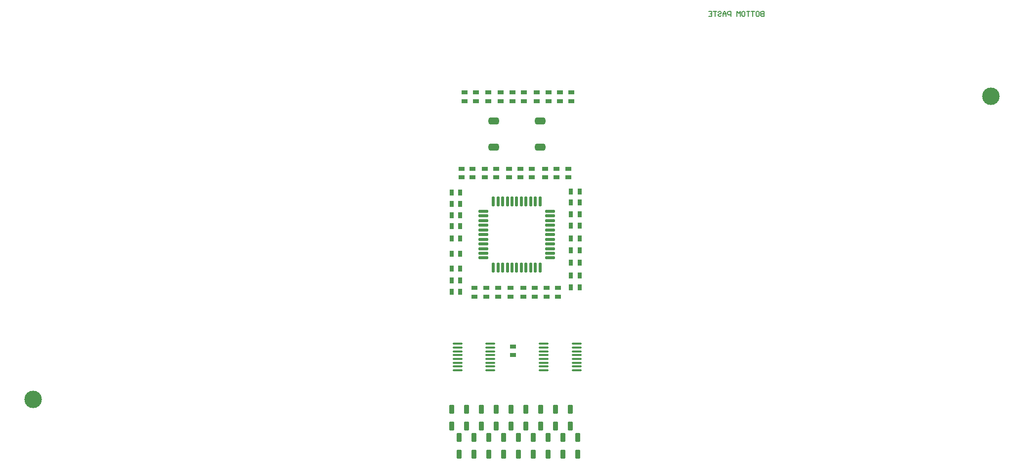
<source format=gbp>
G04*
G04 #@! TF.GenerationSoftware,Altium Limited,CircuitStudio,1.5.2 (30)*
G04*
G04 Layer_Color=16770453*
%FSLAX25Y25*%
%MOIN*%
G70*
G01*
G75*
%ADD26C,0.00600*%
%ADD38R,0.03150X0.03937*%
G04:AMPARAMS|DCode=39|XSize=18.9mil|YSize=66.93mil|CornerRadius=7.09mil|HoleSize=0mil|Usage=FLASHONLY|Rotation=270.000|XOffset=0mil|YOffset=0mil|HoleType=Round|Shape=RoundedRectangle|*
%AMROUNDEDRECTD39*
21,1,0.01890,0.05276,0,0,270.0*
21,1,0.00472,0.06693,0,0,270.0*
1,1,0.01417,-0.02638,-0.00236*
1,1,0.01417,-0.02638,0.00236*
1,1,0.01417,0.02638,0.00236*
1,1,0.01417,0.02638,-0.00236*
%
%ADD39ROUNDEDRECTD39*%
G04:AMPARAMS|DCode=40|XSize=18.9mil|YSize=66.93mil|CornerRadius=7.09mil|HoleSize=0mil|Usage=FLASHONLY|Rotation=0.000|XOffset=0mil|YOffset=0mil|HoleType=Round|Shape=RoundedRectangle|*
%AMROUNDEDRECTD40*
21,1,0.01890,0.05276,0,0,0.0*
21,1,0.00472,0.06693,0,0,0.0*
1,1,0.01417,0.00236,-0.02638*
1,1,0.01417,-0.00236,-0.02638*
1,1,0.01417,-0.00236,0.02638*
1,1,0.01417,0.00236,0.02638*
%
%ADD40ROUNDEDRECTD40*%
G04:AMPARAMS|DCode=41|XSize=65.35mil|YSize=14.57mil|CornerRadius=5.46mil|HoleSize=0mil|Usage=FLASHONLY|Rotation=180.000|XOffset=0mil|YOffset=0mil|HoleType=Round|Shape=RoundedRectangle|*
%AMROUNDEDRECTD41*
21,1,0.06535,0.00364,0,0,180.0*
21,1,0.05443,0.01457,0,0,180.0*
1,1,0.01093,-0.02722,0.00182*
1,1,0.01093,0.02722,0.00182*
1,1,0.01093,0.02722,-0.00182*
1,1,0.01093,-0.02722,-0.00182*
%
%ADD41ROUNDEDRECTD41*%
G04:AMPARAMS|DCode=42|XSize=62.99mil|YSize=36mil|CornerRadius=13.5mil|HoleSize=0mil|Usage=FLASHONLY|Rotation=90.000|XOffset=0mil|YOffset=0mil|HoleType=Round|Shape=RoundedRectangle|*
%AMROUNDEDRECTD42*
21,1,0.06299,0.00900,0,0,90.0*
21,1,0.03599,0.03600,0,0,90.0*
1,1,0.02700,0.00450,0.01800*
1,1,0.02700,0.00450,-0.01800*
1,1,0.02700,-0.00450,-0.01800*
1,1,0.02700,-0.00450,0.01800*
%
%ADD42ROUNDEDRECTD42*%
%ADD43R,0.03937X0.03150*%
G04:AMPARAMS|DCode=44|XSize=72mil|YSize=46mil|CornerRadius=13.8mil|HoleSize=0mil|Usage=FLASHONLY|Rotation=0.000|XOffset=0mil|YOffset=0mil|HoleType=Round|Shape=RoundedRectangle|*
%AMROUNDEDRECTD44*
21,1,0.07200,0.01840,0,0,0.0*
21,1,0.04440,0.04600,0,0,0.0*
1,1,0.02760,0.02220,-0.00920*
1,1,0.02760,-0.02220,-0.00920*
1,1,0.02760,-0.02220,0.00920*
1,1,0.02760,0.02220,0.00920*
%
%ADD44ROUNDEDRECTD44*%
%ADD155C,0.11811*%
D26*
X1139758Y1193599D02*
Y1190400D01*
X1138159D01*
X1137626Y1190933D01*
Y1191466D01*
X1138159Y1192000D01*
X1139758D01*
X1138159D01*
X1137626Y1192533D01*
Y1193066D01*
X1138159Y1193599D01*
X1139758D01*
X1134960D02*
X1136026D01*
X1136559Y1193066D01*
Y1190933D01*
X1136026Y1190400D01*
X1134960D01*
X1134427Y1190933D01*
Y1193066D01*
X1134960Y1193599D01*
X1133360D02*
X1131228D01*
X1132294D01*
Y1190400D01*
X1130161Y1193599D02*
X1128029D01*
X1129095D01*
Y1190400D01*
X1125363Y1193599D02*
X1126429D01*
X1126962Y1193066D01*
Y1190933D01*
X1126429Y1190400D01*
X1125363D01*
X1124830Y1190933D01*
Y1193066D01*
X1125363Y1193599D01*
X1123763Y1190400D02*
Y1193599D01*
X1122697Y1192533D01*
X1121631Y1193599D01*
Y1190400D01*
X1117365D02*
Y1193599D01*
X1115766D01*
X1115233Y1193066D01*
Y1192000D01*
X1115766Y1191466D01*
X1117365D01*
X1114167Y1190400D02*
Y1192533D01*
X1113100Y1193599D01*
X1112034Y1192533D01*
Y1190400D01*
Y1192000D01*
X1114167D01*
X1108835Y1193066D02*
X1109368Y1193599D01*
X1110434D01*
X1110968Y1193066D01*
Y1192533D01*
X1110434Y1192000D01*
X1109368D01*
X1108835Y1191466D01*
Y1190933D01*
X1109368Y1190400D01*
X1110434D01*
X1110968Y1190933D01*
X1107769Y1193599D02*
X1105636D01*
X1106702D01*
Y1190400D01*
X1102437Y1193599D02*
X1104570D01*
Y1190400D01*
X1102437D01*
X1104570Y1192000D02*
X1103503D01*
D38*
X935000Y1004300D02*
D03*
X929100D02*
D03*
X1009500Y1072200D02*
D03*
X1015400D02*
D03*
X935000Y1071400D02*
D03*
X929100D02*
D03*
X1009500Y1064600D02*
D03*
X1015400D02*
D03*
X1009500Y1056800D02*
D03*
X1015400D02*
D03*
X1009500Y1049000D02*
D03*
X1015400D02*
D03*
X1009500Y1040500D02*
D03*
X1015400D02*
D03*
X1009500Y1007500D02*
D03*
X1015400D02*
D03*
X1009500Y1015500D02*
D03*
X1015400D02*
D03*
X1009500Y1024100D02*
D03*
X1015400D02*
D03*
X1009500Y1032500D02*
D03*
X1015400D02*
D03*
X935000Y1040300D02*
D03*
X929100D02*
D03*
X935000Y1048600D02*
D03*
X929100D02*
D03*
X935000Y1056200D02*
D03*
X929100D02*
D03*
X935000Y1063800D02*
D03*
X929100D02*
D03*
X935000Y1030100D02*
D03*
X929100D02*
D03*
X935000Y1020100D02*
D03*
X929100D02*
D03*
X935000Y1012200D02*
D03*
X929100D02*
D03*
D39*
X950559Y1058748D02*
D03*
X950559Y1055598D02*
D03*
Y1052449D02*
D03*
Y1049299D02*
D03*
Y1046150D02*
D03*
X950559Y1043000D02*
D03*
Y1039850D02*
D03*
X950559Y1036701D02*
D03*
Y1033551D02*
D03*
Y1030402D02*
D03*
X950559Y1027252D02*
D03*
X995441Y1058748D02*
D03*
Y1055598D02*
D03*
Y1052449D02*
D03*
Y1049299D02*
D03*
Y1046150D02*
D03*
Y1043000D02*
D03*
Y1039850D02*
D03*
Y1036701D02*
D03*
Y1033551D02*
D03*
Y1030402D02*
D03*
Y1027252D02*
D03*
D40*
X957252Y1020559D02*
D03*
X960402D02*
D03*
X963551D02*
D03*
X966701D02*
D03*
X969850D02*
D03*
X973000D02*
D03*
X976150D02*
D03*
X979299D02*
D03*
X982449Y1020559D02*
D03*
X985598Y1020559D02*
D03*
X988748D02*
D03*
X957252Y1065441D02*
D03*
X960402D02*
D03*
X963551D02*
D03*
X966701D02*
D03*
X969850D02*
D03*
X973000D02*
D03*
X976150D02*
D03*
X979299D02*
D03*
X982449D02*
D03*
X985598D02*
D03*
X988748D02*
D03*
D41*
X991256Y951393D02*
D03*
Y953952D02*
D03*
Y959070D02*
D03*
Y956511D02*
D03*
Y964188D02*
D03*
Y961629D02*
D03*
Y969307D02*
D03*
Y966748D02*
D03*
X1013500D02*
D03*
Y969307D02*
D03*
Y961629D02*
D03*
Y964188D02*
D03*
Y956511D02*
D03*
Y959070D02*
D03*
Y953952D02*
D03*
Y951393D02*
D03*
X933056D02*
D03*
Y953952D02*
D03*
Y959070D02*
D03*
Y956511D02*
D03*
Y964188D02*
D03*
Y961629D02*
D03*
Y969307D02*
D03*
Y966748D02*
D03*
X955300D02*
D03*
Y969307D02*
D03*
Y961629D02*
D03*
Y964188D02*
D03*
Y956511D02*
D03*
Y959070D02*
D03*
Y953952D02*
D03*
Y951393D02*
D03*
D42*
X1014191Y906156D02*
D03*
X1014191Y894794D02*
D03*
X929191Y913794D02*
D03*
X929191Y925156D02*
D03*
X939191D02*
D03*
X939191Y913794D02*
D03*
X949191D02*
D03*
X949191Y925156D02*
D03*
X959191D02*
D03*
X959191Y913794D02*
D03*
X969191D02*
D03*
X969191Y925156D02*
D03*
X979191D02*
D03*
X979191Y913794D02*
D03*
X989191D02*
D03*
X989191Y925156D02*
D03*
X999191D02*
D03*
X999191Y913794D02*
D03*
X1009191D02*
D03*
X1009191Y925156D02*
D03*
X934191Y906156D02*
D03*
X934191Y894794D02*
D03*
X944191D02*
D03*
X944191Y906156D02*
D03*
X954191D02*
D03*
X954191Y894794D02*
D03*
X964191D02*
D03*
X964191Y906156D02*
D03*
X974191D02*
D03*
X974191Y894794D02*
D03*
X984191D02*
D03*
X984191Y906156D02*
D03*
X994191D02*
D03*
X994191Y894794D02*
D03*
X1004191D02*
D03*
X1004191Y906156D02*
D03*
D43*
X970558Y961600D02*
D03*
Y967500D02*
D03*
X943300Y1081600D02*
D03*
Y1087500D02*
D03*
X951500Y1081600D02*
D03*
Y1087500D02*
D03*
X959200Y1081600D02*
D03*
Y1087500D02*
D03*
X999900Y1081600D02*
D03*
Y1087500D02*
D03*
X992100Y1081600D02*
D03*
Y1087500D02*
D03*
X983100Y1081600D02*
D03*
Y1087500D02*
D03*
X975400Y1081600D02*
D03*
Y1087500D02*
D03*
X967700Y1081600D02*
D03*
Y1087500D02*
D03*
X1007800Y1081600D02*
D03*
Y1087500D02*
D03*
X935700Y1081600D02*
D03*
Y1087500D02*
D03*
X937900Y1133000D02*
D03*
Y1138900D02*
D03*
X1010000Y1133000D02*
D03*
Y1138900D02*
D03*
X970100Y1133000D02*
D03*
Y1138900D02*
D03*
X977900Y1133000D02*
D03*
Y1138900D02*
D03*
X986600Y1133000D02*
D03*
Y1138900D02*
D03*
X994400Y1133000D02*
D03*
Y1138900D02*
D03*
X1002200Y1133000D02*
D03*
Y1138900D02*
D03*
X962300Y1133000D02*
D03*
Y1138900D02*
D03*
X953900Y1133000D02*
D03*
Y1138900D02*
D03*
X945500Y1133000D02*
D03*
Y1138900D02*
D03*
X1000900Y1007000D02*
D03*
Y1001100D02*
D03*
X993100Y1007000D02*
D03*
Y1001100D02*
D03*
X985300Y1007000D02*
D03*
Y1001100D02*
D03*
X977500Y1007000D02*
D03*
Y1001100D02*
D03*
X944400Y1007000D02*
D03*
Y1001100D02*
D03*
X952500Y1007000D02*
D03*
Y1001100D02*
D03*
X960600Y1007000D02*
D03*
Y1001100D02*
D03*
X968700Y1007000D02*
D03*
Y1001100D02*
D03*
D44*
X957405Y1102018D02*
D03*
X988901Y1102018D02*
D03*
X988901Y1119735D02*
D03*
X957405Y1119735D02*
D03*
D155*
X646858Y931600D02*
D03*
X1292958Y1136300D02*
D03*
M02*

</source>
